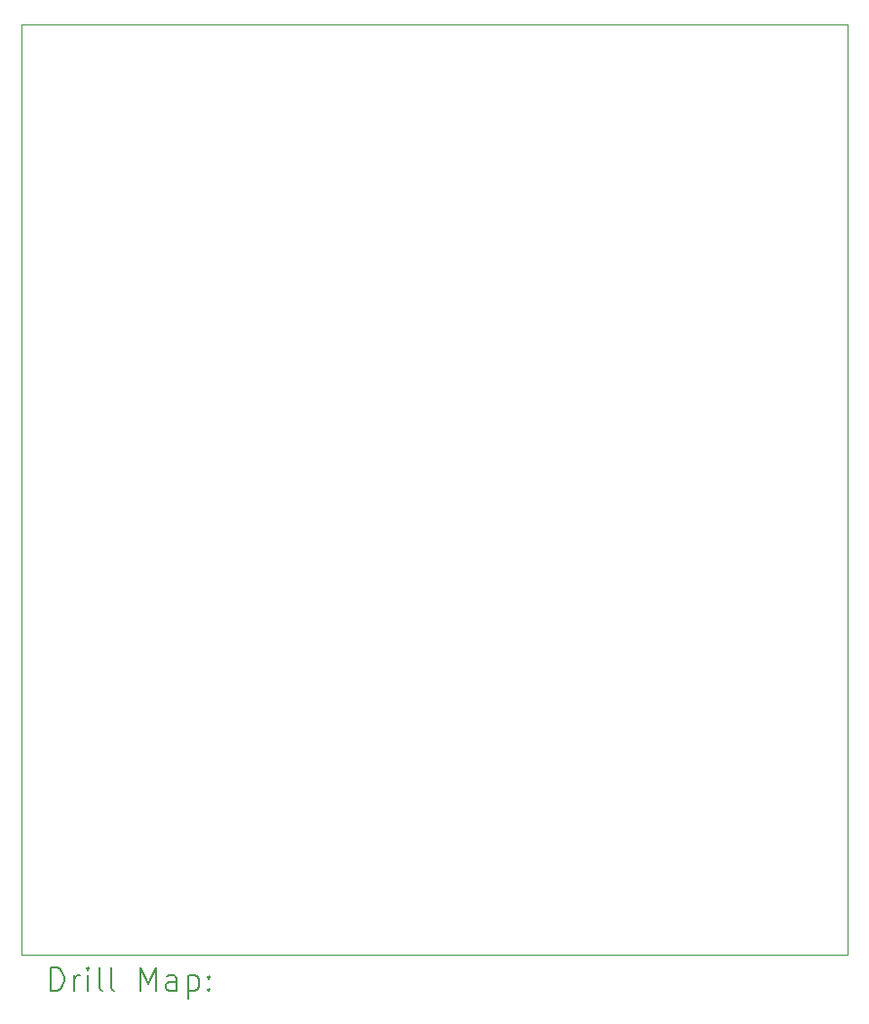
<source format=gbr>
%TF.GenerationSoftware,KiCad,Pcbnew,7.0.7*%
%TF.CreationDate,2024-02-11T13:47:08-05:00*%
%TF.ProjectId,Frosti,46726f73-7469-42e6-9b69-6361645f7063,rev?*%
%TF.SameCoordinates,Original*%
%TF.FileFunction,Drillmap*%
%TF.FilePolarity,Positive*%
%FSLAX45Y45*%
G04 Gerber Fmt 4.5, Leading zero omitted, Abs format (unit mm)*
G04 Created by KiCad (PCBNEW 7.0.7) date 2024-02-11 13:47:08*
%MOMM*%
%LPD*%
G01*
G04 APERTURE LIST*
%ADD10C,0.100000*%
%ADD11C,0.200000*%
G04 APERTURE END LIST*
D10*
X10223500Y-5537000D02*
X17399000Y-5537000D01*
X17399000Y-13601500D01*
X10223500Y-13601500D01*
X10223500Y-5537000D01*
D11*
X10479277Y-13917984D02*
X10479277Y-13717984D01*
X10479277Y-13717984D02*
X10526896Y-13717984D01*
X10526896Y-13717984D02*
X10555467Y-13727508D01*
X10555467Y-13727508D02*
X10574515Y-13746555D01*
X10574515Y-13746555D02*
X10584039Y-13765603D01*
X10584039Y-13765603D02*
X10593563Y-13803698D01*
X10593563Y-13803698D02*
X10593563Y-13832269D01*
X10593563Y-13832269D02*
X10584039Y-13870365D01*
X10584039Y-13870365D02*
X10574515Y-13889412D01*
X10574515Y-13889412D02*
X10555467Y-13908460D01*
X10555467Y-13908460D02*
X10526896Y-13917984D01*
X10526896Y-13917984D02*
X10479277Y-13917984D01*
X10679277Y-13917984D02*
X10679277Y-13784650D01*
X10679277Y-13822746D02*
X10688801Y-13803698D01*
X10688801Y-13803698D02*
X10698324Y-13794174D01*
X10698324Y-13794174D02*
X10717372Y-13784650D01*
X10717372Y-13784650D02*
X10736420Y-13784650D01*
X10803086Y-13917984D02*
X10803086Y-13784650D01*
X10803086Y-13717984D02*
X10793563Y-13727508D01*
X10793563Y-13727508D02*
X10803086Y-13737031D01*
X10803086Y-13737031D02*
X10812610Y-13727508D01*
X10812610Y-13727508D02*
X10803086Y-13717984D01*
X10803086Y-13717984D02*
X10803086Y-13737031D01*
X10926896Y-13917984D02*
X10907848Y-13908460D01*
X10907848Y-13908460D02*
X10898324Y-13889412D01*
X10898324Y-13889412D02*
X10898324Y-13717984D01*
X11031658Y-13917984D02*
X11012610Y-13908460D01*
X11012610Y-13908460D02*
X11003086Y-13889412D01*
X11003086Y-13889412D02*
X11003086Y-13717984D01*
X11260229Y-13917984D02*
X11260229Y-13717984D01*
X11260229Y-13717984D02*
X11326896Y-13860841D01*
X11326896Y-13860841D02*
X11393562Y-13717984D01*
X11393562Y-13717984D02*
X11393562Y-13917984D01*
X11574515Y-13917984D02*
X11574515Y-13813222D01*
X11574515Y-13813222D02*
X11564991Y-13794174D01*
X11564991Y-13794174D02*
X11545943Y-13784650D01*
X11545943Y-13784650D02*
X11507848Y-13784650D01*
X11507848Y-13784650D02*
X11488801Y-13794174D01*
X11574515Y-13908460D02*
X11555467Y-13917984D01*
X11555467Y-13917984D02*
X11507848Y-13917984D01*
X11507848Y-13917984D02*
X11488801Y-13908460D01*
X11488801Y-13908460D02*
X11479277Y-13889412D01*
X11479277Y-13889412D02*
X11479277Y-13870365D01*
X11479277Y-13870365D02*
X11488801Y-13851317D01*
X11488801Y-13851317D02*
X11507848Y-13841793D01*
X11507848Y-13841793D02*
X11555467Y-13841793D01*
X11555467Y-13841793D02*
X11574515Y-13832269D01*
X11669753Y-13784650D02*
X11669753Y-13984650D01*
X11669753Y-13794174D02*
X11688801Y-13784650D01*
X11688801Y-13784650D02*
X11726896Y-13784650D01*
X11726896Y-13784650D02*
X11745943Y-13794174D01*
X11745943Y-13794174D02*
X11755467Y-13803698D01*
X11755467Y-13803698D02*
X11764991Y-13822746D01*
X11764991Y-13822746D02*
X11764991Y-13879888D01*
X11764991Y-13879888D02*
X11755467Y-13898936D01*
X11755467Y-13898936D02*
X11745943Y-13908460D01*
X11745943Y-13908460D02*
X11726896Y-13917984D01*
X11726896Y-13917984D02*
X11688801Y-13917984D01*
X11688801Y-13917984D02*
X11669753Y-13908460D01*
X11850705Y-13898936D02*
X11860229Y-13908460D01*
X11860229Y-13908460D02*
X11850705Y-13917984D01*
X11850705Y-13917984D02*
X11841182Y-13908460D01*
X11841182Y-13908460D02*
X11850705Y-13898936D01*
X11850705Y-13898936D02*
X11850705Y-13917984D01*
X11850705Y-13794174D02*
X11860229Y-13803698D01*
X11860229Y-13803698D02*
X11850705Y-13813222D01*
X11850705Y-13813222D02*
X11841182Y-13803698D01*
X11841182Y-13803698D02*
X11850705Y-13794174D01*
X11850705Y-13794174D02*
X11850705Y-13813222D01*
M02*

</source>
